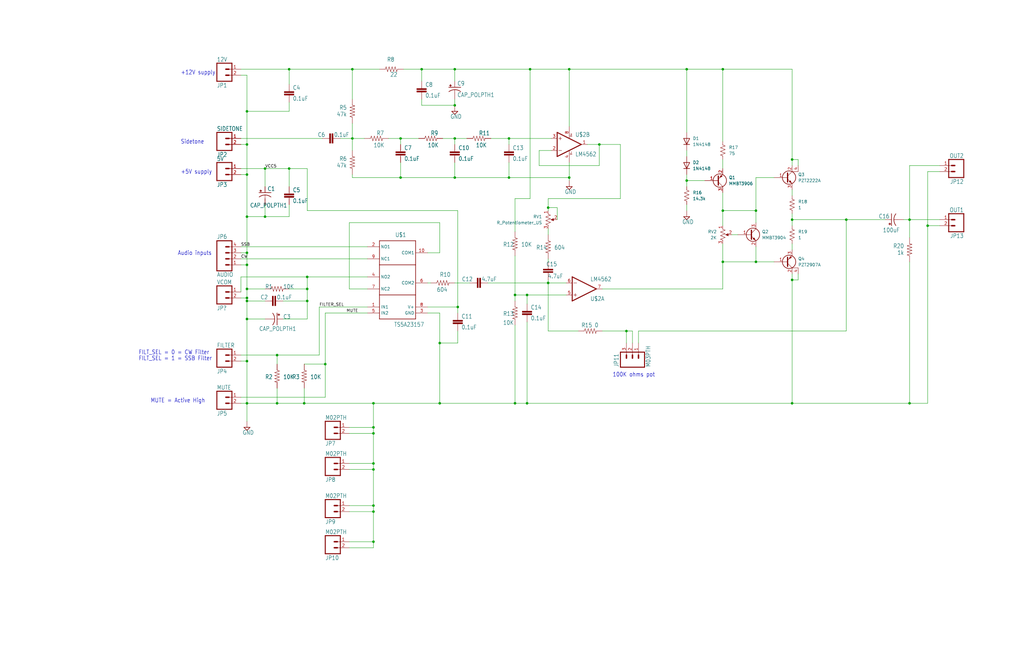
<source format=kicad_sch>
(kicad_sch (version 20211123) (generator eeschema)
  (paper "USLedger")
  (title_block (date "2022-04-18"))
  (lib_symbols
    (symbol "Device:Q_NPN_BCEC" (pin_names (offset 0) hide)
      (property "Reference" "Q" (at 5.08 1.27 0))
      (property "Value" "Q_NPN_BCEC" (at 5.08 -1.27 0))
      (symbol "Q_NPN_BCEC_0_1"
        (polyline (pts (xy 0.635 0.635) (xy 2.54 2.54)))
        (polyline (pts (xy 2.54 2.54) (xy 5.08 2.54)))
        (polyline (pts (xy 0.635 -0.635) (xy 2.54 -2.54) (xy 2.54 -2.54)))
        (polyline (pts (xy 0.635 1.905) (xy 0.635 -1.905) (xy 0.635 -1.905)) (stroke (width 0.508)))
        (polyline (pts (xy 1.27 -1.778) (xy 1.778 -1.27) (xy 2.286 -2.286) (xy 1.27 -1.778) (xy 1.27 -1.778)) (fill (type outline)))
        (circle (center 1.27 0) (radius 2.8194) (stroke (width 0.254)))
      )
      (symbol "Q_NPN_BCEC_1_1"
        (pin input line (at -5.08 0 0) (length 5.715) (name "B") (number "1"))
        (pin passive line (at 2.54 5.08 270) (length 2.54) (name "C") (number "2"))
        (pin passive line (at 2.54 -5.08 90) (length 2.54) (name "E") (number "3"))
        (pin passive line (at 5.08 5.08 270) (length 2.54) (name "C") (number "4"))
      )
    )
    (symbol "Device:Q_NPN_BEC" (pin_names (offset 0) hide)
      (property "Reference" "Q" (at 5.08 1.27 0))
      (property "Value" "Q_NPN_BEC" (at 5.08 -1.27 0))
      (symbol "Q_NPN_BEC_0_1"
        (polyline (pts (xy 0.635 0.635) (xy 2.54 2.54)))
        (polyline (pts (xy 0.635 -0.635) (xy 2.54 -2.54) (xy 2.54 -2.54)))
        (polyline (pts (xy 0.635 1.905) (xy 0.635 -1.905) (xy 0.635 -1.905)) (stroke (width 0.508)))
        (polyline (pts (xy 1.27 -1.778) (xy 1.778 -1.27) (xy 2.286 -2.286) (xy 1.27 -1.778) (xy 1.27 -1.778)) (fill (type outline)))
        (circle (center 1.27 0) (radius 2.8194) (stroke (width 0.254)))
      )
      (symbol "Q_NPN_BEC_1_1"
        (pin input line (at -5.08 0 0) (length 5.715) (name "B") (number "1"))
        (pin passive line (at 2.54 -5.08 90) (length 2.54) (name "E") (number "2"))
        (pin passive line (at 2.54 5.08 270) (length 2.54) (name "C") (number "3"))
      )
    )
    (symbol "Device:Q_PNP_BCEC" (pin_names (offset 0) hide)
      (property "Reference" "Q" (at 5.08 1.27 0))
      (property "Value" "Q_PNP_BCEC" (at 5.08 -1.27 0))
      (symbol "Q_PNP_BCEC_0_1"
        (polyline (pts (xy 0.635 0.635) (xy 2.54 2.54)))
        (polyline (pts (xy 5.08 2.54) (xy 2.54 2.54)))
        (polyline (pts (xy 0.635 -0.635) (xy 2.54 -2.54) (xy 2.54 -2.54)))
        (polyline (pts (xy 0.635 1.905) (xy 0.635 -1.905) (xy 0.635 -1.905)) (stroke (width 0.508)))
        (polyline (pts (xy 2.286 -1.778) (xy 1.778 -2.286) (xy 1.27 -1.27) (xy 2.286 -1.778) (xy 2.286 -1.778)) (fill (type outline)))
        (circle (center 1.27 0) (radius 2.8194) (stroke (width 0.254)))
      )
      (symbol "Q_PNP_BCEC_1_1"
        (pin input line (at -5.08 0 0) (length 5.715) (name "B") (number "1"))
        (pin passive line (at 2.54 5.08 270) (length 2.54) (name "C") (number "2"))
        (pin passive line (at 2.54 -5.08 90) (length 2.54) (name "E") (number "3"))
        (pin passive line (at 5.08 5.08 270) (length 2.54) (name "C") (number "4"))
      )
    )
    (symbol "Device:Q_PNP_BEC" (pin_names (offset 0) hide)
      (property "Reference" "Q" (at 5.08 1.27 0))
      (property "Value" "Q_PNP_BEC" (at 5.08 -1.27 0))
      (symbol "Q_PNP_BEC_0_1"
        (polyline (pts (xy 0.635 0.635) (xy 2.54 2.54)))
        (polyline (pts (xy 0.635 -0.635) (xy 2.54 -2.54) (xy 2.54 -2.54)))
        (polyline (pts (xy 0.635 1.905) (xy 0.635 -1.905) (xy 0.635 -1.905)) (stroke (width 0.508)))
        (polyline (pts (xy 2.286 -1.778) (xy 1.778 -2.286) (xy 1.27 -1.27) (xy 2.286 -1.778) (xy 2.286 -1.778)) (fill (type outline)))
        (circle (center 1.27 0) (radius 2.8194) (stroke (width 0.254)))
      )
      (symbol "Q_PNP_BEC_1_1"
        (pin input line (at -5.08 0 0) (length 5.715) (name "B") (number "1"))
        (pin passive line (at 2.54 -5.08 90) (length 2.54) (name "E") (number "2"))
        (pin passive line (at 2.54 5.08 270) (length 2.54) (name "C") (number "3"))
      )
    )
    (symbol "Device:R_Potentiometer_US" (pin_names (offset 1.016) hide)
      (property "Reference" "RV" (at -4.445 0 90))
      (property "Value" "R_Potentiometer_US" (at -2.54 0 90))
      (symbol "R_Potentiometer_US_0_1"
        (polyline (pts (xy 0 -2.286) (xy 0 -2.54)))
        (polyline (pts (xy 0 2.54) (xy 0 2.286)))
        (polyline (pts (xy 2.54 0) (xy 1.524 0)))
        (polyline (pts (xy 1.143 0) (xy 2.286 0.508) (xy 2.286 -0.508) (xy 1.143 0)) (fill (type outline)))
        (polyline (pts (xy 0 -0.762) (xy 1.016 -1.143) (xy 0 -1.524) (xy -1.016 -1.905) (xy 0 -2.286)))
        (polyline (pts (xy 0 0.762) (xy 1.016 0.381) (xy 0 0) (xy -1.016 -0.381) (xy 0 -0.762)))
        (polyline (pts (xy 0 2.286) (xy 1.016 1.905) (xy 0 1.524) (xy -1.016 1.143) (xy 0 0.762)))
      )
      (symbol "R_Potentiometer_US_1_1"
        (pin passive line (at 0 3.81 270) (length 1.27) (name "1") (number "1"))
        (pin passive line (at 3.81 0 180) (length 1.27) (name "2") (number "2"))
        (pin passive line (at 0 -3.81 90) (length 1.27) (name "3") (number "3"))
      )
    )
    (symbol "Device:R_US" (pin_numbers hide) (pin_names (offset 0))
      (property "Reference" "R" (at 2.54 0 90))
      (property "Value" "R_US" (at -2.54 0 90))
      (symbol "R_US_0_1"
        (polyline (pts (xy 0 -2.286) (xy 0 -2.54)))
        (polyline (pts (xy 0 2.286) (xy 0 2.54)))
        (polyline (pts (xy 0 -0.762) (xy 1.016 -1.143) (xy 0 -1.524) (xy -1.016 -1.905) (xy 0 -2.286)))
        (polyline (pts (xy 0 0.762) (xy 1.016 0.381) (xy 0 0) (xy -1.016 -0.381) (xy 0 -0.762)))
        (polyline (pts (xy 0 2.286) (xy 1.016 1.905) (xy 0 1.524) (xy -1.016 1.143) (xy 0 0.762)))
      )
      (symbol "R_US_1_1"
        (pin passive line (at 0 3.81 270) (length 1.27) (name "~") (number "1"))
        (pin passive line (at 0 -3.81 90) (length 1.27) (name "~") (number "2"))
      )
    )
    (symbol "Diode:1N4148" (pin_numbers hide) (pin_names (offset 1.016) hide)
      (property "Reference" "D" (at 0 2.54 0))
      (property "Value" "1N4148" (at 0 -2.54 0))
      (symbol "1N4148_0_1"
        (polyline (pts (xy -1.27 1.27) (xy -1.27 -1.27)) (stroke (width 0.254)))
        (polyline (pts (xy 1.27 0) (xy -1.27 0)))
        (polyline (pts (xy 1.27 1.27) (xy 1.27 -1.27) (xy -1.27 0) (xy 1.27 1.27)) (stroke (width 0.254)))
      )
      (symbol "1N4148_1_1"
        (pin passive line (at -3.81 0 0) (length 2.54) (name "K") (number "1"))
        (pin passive line (at 3.81 0 180) (length 2.54) (name "A") (number "2"))
      )
    )
    (symbol "audioModule2-eagle-import:CAP0603-CAP"
      (property "Reference" "C" (at 1.524 2.921 0))
      (property "Value" "CAP0603-CAP" (at 1.524 -2.159 0))
      (symbol "CAP0603-CAP_1_0"
        (rectangle (start -2.032 0.508) (end 2.032 1.016) (fill (type outline)))
        (rectangle (start -2.032 1.524) (end 2.032 2.032) (fill (type outline)))
        (polyline (pts (xy 0 0) (xy 0 0.508)) (stroke (width 0.1524)))
        (polyline (pts (xy 0 2.54) (xy 0 2.032)) (stroke (width 0.1524)))
        (pin passive line (at 0 5.08 270) (length 2.54) (name "1") (number "1"))
        (pin passive line (at 0 -2.54 90) (length 2.54) (name "2") (number "2"))
      )
    )
    (symbol "audioModule2-eagle-import:CAP_POLPTH1"
      (property "Reference" "C" (at 1.016 0.635 0))
      (property "Value" "CAP_POLPTH1" (at 1.016 -4.191 0))
      (symbol "CAP_POLPTH1_1_0"
        (rectangle (start -2.253 0.668) (end -1.364 0.795) (fill (type outline)))
        (rectangle (start -1.872 0.287) (end -1.745 1.176) (fill (type outline)))
        (arc (start 0 -1.0161) (mid -1.3021 -1.2302) (end -2.4669 -1.8504) (stroke (width 0.254)))
        (polyline (pts (xy -2.54 0) (xy 2.54 0)) (stroke (width 0.254)))
        (polyline (pts (xy 0 -1.016) (xy 0 -2.54)) (stroke (width 0.1524)))
        (arc (start 2.4892 -1.8542) (mid 1.3158 -1.2195) (end 0 -1) (stroke (width 0.254)))
        (pin passive line (at 0 2.54 270) (length 2.54) (name "+") (number "1"))
        (pin passive line (at 0 -5.08 90) (length 2.54) (name "-") (number "2"))
      )
    )
    (symbol "audioModule2-eagle-import:GND" (power)
      (property "Value" "GND" (at -1.905 -3.175 0))
      (symbol "GND_1_0"
        (polyline (pts (xy -1.27 0) (xy 1.27 0)) (stroke (width 0.254)))
        (polyline (pts (xy 0 -1.27) (xy -1.27 0)) (stroke (width 0.254)))
        (polyline (pts (xy 1.27 0) (xy 0 -1.27)) (stroke (width 0.254)))
        (pin power_in line (at 0 2.54 270) (length 2.54) (name "GND") (number "1"))
      )
    )
    (symbol "audioModule2-eagle-import:LM4562"
      (property "Value" "LM4562" (at 2.54 -5.08 0))
      (symbol "LM4562_1_0"
        (polyline (pts (xy -5.08 -5.08) (xy 5.08 0)) (stroke (width 0.4064)))
        (polyline (pts (xy -5.08 5.08) (xy -5.08 -5.08)) (stroke (width 0.4064)))
        (polyline (pts (xy -4.445 -2.54) (xy -3.175 -2.54)) (stroke (width 0.1524)))
        (polyline (pts (xy -4.445 2.54) (xy -3.175 2.54)) (stroke (width 0.1524)))
        (polyline (pts (xy -3.81 3.175) (xy -3.81 1.905)) (stroke (width 0.1524)))
        (polyline (pts (xy 5.08 0) (xy -5.08 5.08)) (stroke (width 0.4064)))
        (pin input line (at -7.62 2.54 0) (length 2.54) (name "+IN") (number "5"))
        (pin input line (at -7.62 -2.54 0) (length 2.54) (name "-IN") (number "6"))
        (pin output line (at 7.62 0 180) (length 2.54) (name "OUT") (number "7"))
      )
      (symbol "LM4562_2_0"
        (polyline (pts (xy -5.08 -5.08) (xy 5.08 0)) (stroke (width 0.4064)))
        (polyline (pts (xy -5.08 5.08) (xy -5.08 -5.08)) (stroke (width 0.4064)))
        (polyline (pts (xy -4.445 -2.54) (xy -3.175 -2.54)) (stroke (width 0.1524)))
        (polyline (pts (xy -4.445 2.54) (xy -3.175 2.54)) (stroke (width 0.1524)))
        (polyline (pts (xy -3.81 3.175) (xy -3.81 1.905)) (stroke (width 0.1524)))
        (polyline (pts (xy 5.08 0) (xy -5.08 5.08)) (stroke (width 0.4064)))
        (text "V+" (at 1.27 3.175 900) (effects (font (size 0.8128 0.6908)) (justify left bottom)))
        (text "V-" (at 1.27 -4.445 900) (effects (font (size 0.8128 0.6908)) (justify left bottom)))
        (pin output line (at 7.62 0 180) (length 2.54) (name "OUT") (number "1"))
        (pin input line (at -7.62 -2.54 0) (length 2.54) (name "-IN") (number "2"))
        (pin input line (at -7.62 2.54 0) (length 2.54) (name "+IN") (number "3"))
        (pin power_in line (at 0 -7.62 90) (length 5.08) (name "V-") (number "4"))
        (pin power_in line (at 0 7.62 270) (length 5.08) (name "V+") (number "8"))
      )
    )
    (symbol "audioModule2-eagle-import:M02PTH"
      (property "Reference" "JP" (at -2.54 5.842 0))
      (property "Value" "M02PTH" (at -2.54 -5.08 0))
      (symbol "M02PTH_1_0"
        (polyline (pts (xy -2.54 5.08) (xy -2.54 -2.54)) (stroke (width 0.4064)))
        (polyline (pts (xy -2.54 5.08) (xy 3.81 5.08)) (stroke (width 0.4064)))
        (polyline (pts (xy 1.27 0) (xy 2.54 0)) (stroke (width 0.6096)))
        (polyline (pts (xy 1.27 2.54) (xy 2.54 2.54)) (stroke (width 0.6096)))
        (polyline (pts (xy 3.81 -2.54) (xy -2.54 -2.54)) (stroke (width 0.4064)))
        (polyline (pts (xy 3.81 -2.54) (xy 3.81 5.08)) (stroke (width 0.4064)))
        (pin passive line (at 7.62 0 180) (length 5.08) (name "1") (number "1"))
        (pin passive line (at 7.62 2.54 180) (length 5.08) (name "2") (number "2"))
      )
    )
    (symbol "audioModule2-eagle-import:M03PTH"
      (property "Reference" "JP" (at -2.54 5.842 0))
      (property "Value" "M03PTH" (at -2.54 -7.62 0))
      (symbol "M03PTH_1_0"
        (polyline (pts (xy -2.54 5.08) (xy -2.54 -5.08)) (stroke (width 0.4064)))
        (polyline (pts (xy -2.54 5.08) (xy 3.81 5.08)) (stroke (width 0.4064)))
        (polyline (pts (xy 1.27 -2.54) (xy 2.54 -2.54)) (stroke (width 0.6096)))
        (polyline (pts (xy 1.27 0) (xy 2.54 0)) (stroke (width 0.6096)))
        (polyline (pts (xy 1.27 2.54) (xy 2.54 2.54)) (stroke (width 0.6096)))
        (polyline (pts (xy 3.81 -5.08) (xy -2.54 -5.08)) (stroke (width 0.4064)))
        (polyline (pts (xy 3.81 -5.08) (xy 3.81 5.08)) (stroke (width 0.4064)))
        (pin passive line (at 7.62 -2.54 180) (length 5.08) (name "1") (number "1"))
        (pin passive line (at 7.62 0 180) (length 5.08) (name "2") (number "2"))
        (pin passive line (at 7.62 2.54 180) (length 5.08) (name "3") (number "3"))
      )
    )
    (symbol "audioModule2-eagle-import:M04PTH"
      (property "Reference" "JP" (at -5.08 8.382 0))
      (property "Value" "M04PTH" (at -5.08 -7.62 0))
      (symbol "M04PTH_1_0"
        (polyline (pts (xy -5.08 7.62) (xy -5.08 -5.08)) (stroke (width 0.4064)))
        (polyline (pts (xy -5.08 7.62) (xy 1.27 7.62)) (stroke (width 0.4064)))
        (polyline (pts (xy -1.27 -2.54) (xy 0 -2.54)) (stroke (width 0.6096)))
        (polyline (pts (xy -1.27 0) (xy 0 0)) (stroke (width 0.6096)))
        (polyline (pts (xy -1.27 2.54) (xy 0 2.54)) (stroke (width 0.6096)))
        (polyline (pts (xy -1.27 5.08) (xy 0 5.08)) (stroke (width 0.6096)))
        (polyline (pts (xy 1.27 -5.08) (xy -5.08 -5.08)) (stroke (width 0.4064)))
        (polyline (pts (xy 1.27 -5.08) (xy 1.27 7.62)) (stroke (width 0.4064)))
        (pin passive line (at 5.08 -2.54 180) (length 5.08) (name "1") (number "1"))
        (pin passive line (at 5.08 0 180) (length 5.08) (name "2") (number "2"))
        (pin passive line (at 5.08 2.54 180) (length 5.08) (name "3") (number "3"))
        (pin passive line (at 5.08 5.08 180) (length 5.08) (name "4") (number "4"))
      )
    )
    (symbol "audioModule2-eagle-import:RESISTOR0603-RES"
      (property "Reference" "R" (at -3.81 1.4986 0))
      (property "Value" "RESISTOR0603-RES" (at -3.81 -3.302 0))
      (symbol "RESISTOR0603-RES_1_0"
        (polyline (pts (xy -2.54 0) (xy -2.159 1.016)) (stroke (width 0.1524)))
        (polyline (pts (xy -2.159 1.016) (xy -1.524 -1.016)) (stroke (width 0.1524)))
        (polyline (pts (xy -1.524 -1.016) (xy -0.889 1.016)) (stroke (width 0.1524)))
        (polyline (pts (xy -0.889 1.016) (xy -0.254 -1.016)) (stroke (width 0.1524)))
        (polyline (pts (xy -0.254 -1.016) (xy 0.381 1.016)) (stroke (width 0.1524)))
        (polyline (pts (xy 0.381 1.016) (xy 1.016 -1.016)) (stroke (width 0.1524)))
        (polyline (pts (xy 1.016 -1.016) (xy 1.651 1.016)) (stroke (width 0.1524)))
        (polyline (pts (xy 1.651 1.016) (xy 2.286 -1.016)) (stroke (width 0.1524)))
        (polyline (pts (xy 2.286 -1.016) (xy 2.54 0)) (stroke (width 0.1524)))
        (pin passive line (at -5.08 0 0) (length 2.54) (name "1") (number "1"))
        (pin passive line (at 5.08 0 180) (length 2.54) (name "2") (number "2"))
      )
    )
    (symbol "audioModule2-eagle-import:TS5A23157"
      (property "Value" "TS5A23157" (at 6.096 -3.302 0))
      (symbol "TS5A23157_1_0"
        (polyline (pts (xy 0 0) (xy 15.24 0)) (stroke (width 0.254)))
        (polyline (pts (xy 0 10.16) (xy 0 0)) (stroke (width 0.254)))
        (polyline (pts (xy 0 10.16) (xy 15.24 10.16)) (stroke (width 0.254)))
        (polyline (pts (xy 0 22.86) (xy 0 10.16)) (stroke (width 0.254)))
        (polyline (pts (xy 0 22.86) (xy 15.24 22.86)) (stroke (width 0.254)))
        (polyline (pts (xy 0 33.02) (xy 0 22.86)) (stroke (width 0.254)))
        (polyline (pts (xy 15.24 0) (xy 15.24 10.16)) (stroke (width 0.254)))
        (polyline (pts (xy 15.24 10.16) (xy 15.24 22.86)) (stroke (width 0.254)))
        (polyline (pts (xy 15.24 22.86) (xy 15.24 33.02)) (stroke (width 0.254)))
        (polyline (pts (xy 15.24 33.02) (xy 0 33.02)) (stroke (width 0.254)))
        (pin bidirectional line (at -5.08 5.08 0) (length 5.08) (name "IN1") (number "1"))
        (pin bidirectional line (at 20.32 27.94 180) (length 5.08) (name "COM1") (number "10"))
        (pin bidirectional line (at -5.08 30.48 0) (length 5.08) (name "NO1") (number "2"))
        (pin bidirectional line (at 20.32 2.54 180) (length 5.08) (name "GND") (number "3"))
        (pin bidirectional line (at -5.08 17.78 0) (length 5.08) (name "NO2") (number "4"))
        (pin bidirectional line (at -5.08 2.54 0) (length 5.08) (name "IN2") (number "5"))
        (pin bidirectional line (at 20.32 15.24 180) (length 5.08) (name "COM2") (number "6"))
        (pin bidirectional line (at -5.08 12.7 0) (length 5.08) (name "NC2") (number "7"))
        (pin bidirectional line (at 20.32 5.08 180) (length 5.08) (name "V+") (number "8"))
        (pin bidirectional line (at -5.08 25.4 0) (length 5.08) (name "NC1") (number "9"))
      )
    )
  )
  (junction (at 334.01 67.31))
  (junction (at 191.77 74.93))
  (junction (at 185.42 170.18))
  (junction (at 304.8 29.21))
  (junction (at 104.14 170.18))
  (junction (at 104.14 127))
  (junction (at 231.14 87.63))
  (junction (at 191.77 58.42))
  (junction (at 231.14 119.38))
  (junction (at 222.25 124.46))
  (junction (at 157.48 213.36))
  (junction (at 193.04 129.54))
  (junction (at 104.14 111.76))
  (junction (at 121.92 71.12))
  (junction (at 104.14 125.73))
  (junction (at 240.03 29.21))
  (junction (at 104.14 46.99))
  (junction (at 104.14 106.68))
  (junction (at 129.54 116.84))
  (junction (at 137.16 153.67))
  (junction (at 217.17 170.18))
  (junction (at 157.48 195.58))
  (junction (at 356.87 92.71))
  (junction (at 157.48 180.34))
  (junction (at 334.01 92.71))
  (junction (at 223.52 29.21))
  (junction (at 391.16 95.25))
  (junction (at 104.14 121.92))
  (junction (at 289.56 29.21))
  (junction (at 289.56 76.2))
  (junction (at 148.59 58.42))
  (junction (at 214.63 74.93))
  (junction (at 334.01 170.18))
  (junction (at 304.8 110.49))
  (junction (at 104.14 134.62))
  (junction (at 111.76 71.12))
  (junction (at 264.16 139.7))
  (junction (at 104.14 60.96))
  (junction (at 383.54 92.71))
  (junction (at 168.91 58.42))
  (junction (at 191.77 29.21))
  (junction (at 252.73 60.96))
  (junction (at 129.54 127))
  (junction (at 191.77 44.45))
  (junction (at 129.54 121.92))
  (junction (at 177.8 29.21))
  (junction (at 318.77 110.49))
  (junction (at 111.76 91.44))
  (junction (at 214.63 58.42))
  (junction (at 185.42 144.78))
  (junction (at 304.8 88.9))
  (junction (at 157.48 198.12))
  (junction (at 104.14 152.4))
  (junction (at 157.48 182.88))
  (junction (at 128.27 170.18))
  (junction (at 121.92 29.21))
  (junction (at 383.54 170.18))
  (junction (at 240.03 74.93))
  (junction (at 157.48 215.9))
  (junction (at 334.01 118.11))
  (junction (at 217.17 124.46))
  (junction (at 157.48 228.6))
  (junction (at 318.77 88.9))
  (junction (at 116.84 149.86))
  (junction (at 104.14 73.66))
  (junction (at 168.91 74.93))
  (junction (at 222.25 170.18))
  (junction (at 157.48 170.18))
  (junction (at 116.84 170.18))
  (junction (at 148.59 29.21))
  (junction (at 104.14 91.44))
  (wire (pts (xy 147.32 198.12) (xy 157.48 198.12)))
  (wire (pts (xy 334.01 92.71) (xy 334.01 95.25)))
  (wire (pts (xy 121.92 86.36) (xy 121.92 91.44)))
  (wire (pts (xy 101.6 104.14) (xy 154.94 104.14)))
  (wire (pts (xy 101.6 116.84) (xy 129.54 116.84)))
  (wire (pts (xy 104.14 127) (xy 104.14 134.62)))
  (wire (pts (xy 137.16 132.08) (xy 154.94 132.08)))
  (wire (pts (xy 134.62 149.86) (xy 134.62 129.54)))
  (wire (pts (xy 101.6 149.86) (xy 116.84 149.86)))
  (wire (pts (xy 101.6 71.12) (xy 111.76 71.12)))
  (wire (pts (xy 254 121.92) (xy 304.8 121.92)))
  (wire (pts (xy 134.62 129.54) (xy 154.94 129.54)))
  (wire (pts (xy 101.6 125.73) (xy 104.14 125.73)))
  (wire (pts (xy 205.74 119.38) (xy 231.14 119.38)))
  (wire (pts (xy 157.48 182.88) (xy 157.48 180.34)))
  (wire (pts (xy 326.39 74.93) (xy 318.77 74.93)))
  (wire (pts (xy 116.84 163.83) (xy 116.84 170.18)))
  (wire (pts (xy 304.8 110.49) (xy 318.77 110.49)))
  (wire (pts (xy 137.16 153.67) (xy 137.16 132.08)))
  (wire (pts (xy 104.14 121.92) (xy 104.14 125.73)))
  (wire (pts (xy 157.48 231.14) (xy 157.48 228.6)))
  (wire (pts (xy 334.01 80.01) (xy 334.01 82.55)))
  (wire (pts (xy 289.56 76.2) (xy 289.56 78.74)))
  (wire (pts (xy 168.91 68.58) (xy 168.91 74.93)))
  (wire (pts (xy 334.01 170.18) (xy 383.54 170.18)))
  (wire (pts (xy 289.56 29.21) (xy 240.03 29.21)))
  (wire (pts (xy 304.8 88.9) (xy 318.77 88.9)))
  (wire (pts (xy 191.77 29.21) (xy 191.77 34.29)))
  (wire (pts (xy 129.54 88.9) (xy 193.04 88.9)))
  (wire (pts (xy 168.91 58.42) (xy 168.91 60.96)))
  (wire (pts (xy 318.77 110.49) (xy 326.39 110.49)))
  (wire (pts (xy 148.59 58.42) (xy 148.59 63.5)))
  (wire (pts (xy 147.32 231.14) (xy 157.48 231.14)))
  (wire (pts (xy 147.32 213.36) (xy 157.48 213.36)))
  (wire (pts (xy 217.17 124.46) (xy 222.25 124.46)))
  (wire (pts (xy 104.14 111.76) (xy 104.14 121.92)))
  (wire (pts (xy 269.24 139.7) (xy 356.87 139.7)))
  (wire (pts (xy 318.77 93.98) (xy 318.77 88.9)))
  (wire (pts (xy 111.76 78.74) (xy 111.76 71.12)))
  (wire (pts (xy 177.8 29.21) (xy 191.77 29.21)))
  (wire (pts (xy 180.34 132.08) (xy 185.42 132.08)))
  (wire (pts (xy 223.52 29.21) (xy 191.77 29.21)))
  (wire (pts (xy 334.01 69.85) (xy 334.01 67.31)))
  (wire (pts (xy 193.04 144.78) (xy 185.42 144.78)))
  (wire (pts (xy 104.14 134.62) (xy 111.76 134.62)))
  (wire (pts (xy 266.7 144.78) (xy 266.7 139.7)))
  (wire (pts (xy 308.61 99.06) (xy 311.15 99.06)))
  (wire (pts (xy 101.6 106.68) (xy 104.14 106.68)))
  (wire (pts (xy 121.92 91.44) (xy 111.76 91.44)))
  (wire (pts (xy 185.42 144.78) (xy 185.42 170.18)))
  (wire (pts (xy 101.6 111.76) (xy 104.14 111.76)))
  (wire (pts (xy 289.56 73.66) (xy 289.56 76.2)))
  (wire (pts (xy 191.77 41.91) (xy 191.77 44.45)))
  (wire (pts (xy 240.03 29.21) (xy 223.52 29.21)))
  (wire (pts (xy 148.59 73.66) (xy 148.59 74.93)))
  (wire (pts (xy 121.92 71.12) (xy 129.54 71.12)))
  (wire (pts (xy 231.14 96.52) (xy 231.14 99.06)))
  (wire (pts (xy 111.76 71.12) (xy 121.92 71.12)))
  (wire (pts (xy 214.63 58.42) (xy 232.41 58.42)))
  (wire (pts (xy 147.32 121.92) (xy 154.94 121.92)))
  (wire (pts (xy 383.54 110.49) (xy 383.54 170.18)))
  (wire (pts (xy 336.55 115.57) (xy 336.55 118.11)))
  (wire (pts (xy 231.14 83.82) (xy 261.62 83.82)))
  (wire (pts (xy 154.94 116.84) (xy 129.54 116.84)))
  (wire (pts (xy 185.42 170.18) (xy 217.17 170.18)))
  (wire (pts (xy 147.32 195.58) (xy 157.48 195.58)))
  (wire (pts (xy 104.14 73.66) (xy 104.14 91.44)))
  (wire (pts (xy 148.59 58.42) (xy 153.67 58.42)))
  (wire (pts (xy 334.01 102.87) (xy 334.01 105.41)))
  (wire (pts (xy 121.92 35.56) (xy 121.92 29.21)))
  (wire (pts (xy 143.51 58.42) (xy 148.59 58.42)))
  (wire (pts (xy 193.04 132.08) (xy 193.04 129.54)))
  (wire (pts (xy 334.01 29.21) (xy 304.8 29.21)))
  (wire (pts (xy 217.17 170.18) (xy 222.25 170.18)))
  (wire (pts (xy 116.84 149.86) (xy 116.84 153.67)))
  (wire (pts (xy 148.59 52.07) (xy 148.59 58.42)))
  (wire (pts (xy 101.6 29.21) (xy 121.92 29.21)))
  (wire (pts (xy 269.24 144.78) (xy 269.24 139.7)))
  (wire (pts (xy 104.14 125.73) (xy 104.14 127)))
  (wire (pts (xy 214.63 58.42) (xy 214.63 60.96)))
  (wire (pts (xy 121.92 46.99) (xy 104.14 46.99)))
  (wire (pts (xy 217.17 97.79) (xy 217.17 83.82)))
  (wire (pts (xy 231.14 83.82) (xy 231.14 87.63)))
  (wire (pts (xy 217.17 124.46) (xy 217.17 127)))
  (wire (pts (xy 185.42 106.68) (xy 185.42 93.98)))
  (wire (pts (xy 232.41 63.5) (xy 227.33 63.5)))
  (wire (pts (xy 396.24 69.85) (xy 383.54 69.85)))
  (wire (pts (xy 129.54 127) (xy 129.54 134.62)))
  (wire (pts (xy 356.87 139.7) (xy 356.87 92.71)))
  (wire (pts (xy 304.8 29.21) (xy 289.56 29.21)))
  (wire (pts (xy 304.8 88.9) (xy 304.8 95.25)))
  (wire (pts (xy 254 139.7) (xy 264.16 139.7)))
  (wire (pts (xy 396.24 95.25) (xy 391.16 95.25)))
  (wire (pts (xy 240.03 68.58) (xy 240.03 74.93)))
  (wire (pts (xy 101.6 58.42) (xy 135.89 58.42)))
  (wire (pts (xy 185.42 132.08) (xy 185.42 144.78)))
  (wire (pts (xy 243.84 139.7) (xy 231.14 139.7)))
  (wire (pts (xy 157.48 180.34) (xy 157.48 170.18)))
  (wire (pts (xy 101.6 170.18) (xy 104.14 170.18)))
  (wire (pts (xy 129.54 71.12) (xy 129.54 88.9)))
  (wire (pts (xy 191.77 119.38) (xy 198.12 119.38)))
  (wire (pts (xy 217.17 83.82) (xy 223.52 83.82)))
  (wire (pts (xy 334.01 67.31) (xy 336.55 67.31)))
  (wire (pts (xy 104.14 31.75) (xy 104.14 46.99)))
  (wire (pts (xy 289.56 55.88) (xy 289.56 29.21)))
  (wire (pts (xy 168.91 58.42) (xy 176.53 58.42)))
  (wire (pts (xy 157.48 198.12) (xy 157.48 195.58)))
  (wire (pts (xy 391.16 72.39) (xy 391.16 95.25)))
  (wire (pts (xy 137.16 167.64) (xy 137.16 153.67)))
  (wire (pts (xy 121.92 78.74) (xy 121.92 71.12)))
  (wire (pts (xy 231.14 87.63) (xy 234.95 87.63)))
  (wire (pts (xy 180.34 106.68) (xy 185.42 106.68)))
  (wire (pts (xy 222.25 124.46) (xy 222.25 128.27)))
  (wire (pts (xy 191.77 58.42) (xy 191.77 60.96)))
  (wire (pts (xy 217.17 107.95) (xy 217.17 124.46)))
  (wire (pts (xy 289.56 63.5) (xy 289.56 66.04)))
  (wire (pts (xy 261.62 83.82) (xy 261.62 60.96)))
  (wire (pts (xy 191.77 68.58) (xy 191.77 74.93)))
  (wire (pts (xy 147.32 180.34) (xy 157.48 180.34)))
  (wire (pts (xy 101.6 60.96) (xy 104.14 60.96)))
  (wire (pts (xy 177.8 44.45) (xy 191.77 44.45)))
  (wire (pts (xy 168.91 74.93) (xy 191.77 74.93)))
  (wire (pts (xy 214.63 74.93) (xy 240.03 74.93)))
  (wire (pts (xy 234.95 92.71) (xy 234.95 87.63)))
  (wire (pts (xy 231.14 109.22) (xy 231.14 110.49)))
  (wire (pts (xy 101.6 109.22) (xy 154.94 109.22)))
  (wire (pts (xy 334.01 67.31) (xy 334.01 29.21)))
  (wire (pts (xy 104.14 152.4) (xy 104.14 170.18)))
  (wire (pts (xy 111.76 121.92) (xy 104.14 121.92)))
  (wire (pts (xy 101.6 167.64) (xy 137.16 167.64)))
  (wire (pts (xy 227.33 69.85) (xy 252.73 69.85)))
  (wire (pts (xy 111.76 127) (xy 104.14 127)))
  (wire (pts (xy 304.8 67.31) (xy 304.8 71.12)))
  (wire (pts (xy 391.16 170.18) (xy 383.54 170.18)))
  (wire (pts (xy 252.73 69.85) (xy 252.73 60.96)))
  (wire (pts (xy 129.54 121.92) (xy 129.54 116.84)))
  (wire (pts (xy 193.04 129.54) (xy 180.34 129.54)))
  (wire (pts (xy 231.14 87.63) (xy 231.14 88.9)))
  (wire (pts (xy 391.16 95.25) (xy 391.16 170.18)))
  (wire (pts (xy 304.8 121.92) (xy 304.8 110.49)))
  (wire (pts (xy 383.54 69.85) (xy 383.54 92.71)))
  (wire (pts (xy 157.48 213.36) (xy 157.48 198.12)))
  (wire (pts (xy 223.52 83.82) (xy 223.52 29.21)))
  (wire (pts (xy 121.92 29.21) (xy 148.59 29.21)))
  (wire (pts (xy 121.92 121.92) (xy 129.54 121.92)))
  (wire (pts (xy 207.01 58.42) (xy 214.63 58.42)))
  (wire (pts (xy 104.14 46.99) (xy 104.14 60.96)))
  (wire (pts (xy 104.14 134.62) (xy 104.14 152.4)))
  (wire (pts (xy 383.54 100.33) (xy 383.54 92.71)))
  (wire (pts (xy 264.16 144.78) (xy 264.16 139.7)))
  (wire (pts (xy 334.01 115.57) (xy 334.01 118.11)))
  (wire (pts (xy 185.42 93.98) (xy 147.32 93.98)))
  (wire (pts (xy 231.14 119.38) (xy 238.76 119.38)))
  (wire (pts (xy 101.6 31.75) (xy 104.14 31.75)))
  (wire (pts (xy 261.62 60.96) (xy 252.73 60.96)))
  (wire (pts (xy 231.14 119.38) (xy 231.14 139.7)))
  (wire (pts (xy 101.6 73.66) (xy 104.14 73.66)))
  (wire (pts (xy 222.25 170.18) (xy 334.01 170.18)))
  (wire (pts (xy 240.03 74.93) (xy 240.03 76.2)))
  (wire (pts (xy 129.54 127) (xy 129.54 121.92)))
  (wire (pts (xy 148.59 29.21) (xy 148.59 41.91)))
  (wire (pts (xy 148.59 74.93) (xy 168.91 74.93)))
  (wire (pts (xy 101.6 123.19) (xy 101.6 116.84)))
  (wire (pts (xy 252.73 60.96) (xy 247.65 60.96)))
  (wire (pts (xy 170.18 29.21) (xy 177.8 29.21)))
  (wire (pts (xy 163.83 58.42) (xy 168.91 58.42)))
  (wire (pts (xy 111.76 86.36) (xy 111.76 91.44)))
  (wire (pts (xy 289.56 76.2) (xy 297.18 76.2)))
  (wire (pts (xy 104.14 170.18) (xy 104.14 177.8)))
  (wire (pts (xy 186.69 58.42) (xy 191.77 58.42)))
  (wire (pts (xy 147.32 215.9) (xy 157.48 215.9)))
  (wire (pts (xy 217.17 137.16) (xy 217.17 170.18)))
  (wire (pts (xy 336.55 118.11) (xy 334.01 118.11)))
  (wire (pts (xy 383.54 92.71) (xy 396.24 92.71)))
  (wire (pts (xy 157.48 170.18) (xy 128.27 170.18)))
  (wire (pts (xy 128.27 163.83) (xy 128.27 170.18)))
  (wire (pts (xy 157.48 215.9) (xy 157.48 213.36)))
  (wire (pts (xy 336.55 69.85) (xy 336.55 67.31)))
  (wire (pts (xy 101.6 152.4) (xy 104.14 152.4)))
  (wire (pts (xy 147.32 228.6) (xy 157.48 228.6)))
  (wire (pts (xy 119.38 127) (xy 129.54 127)))
  (wire (pts (xy 240.03 53.34) (xy 240.03 29.21)))
  (wire (pts (xy 128.27 153.67) (xy 137.16 153.67)))
  (wire (pts (xy 128.27 170.18) (xy 116.84 170.18)))
  (wire (pts (xy 289.56 86.36) (xy 289.56 88.9)))
  (wire (pts (xy 304.8 59.69) (xy 304.8 29.21)))
  (wire (pts (xy 304.8 81.28) (xy 304.8 88.9)))
  (wire (pts (xy 185.42 170.18) (xy 157.48 170.18)))
  (wire (pts (xy 147.32 93.98) (xy 147.32 121.92)))
  (wire (pts (xy 396.24 72.39) (xy 391.16 72.39)))
  (wire (pts (xy 147.32 182.88) (xy 157.48 182.88)))
  (wire (pts (xy 119.38 134.62) (xy 129.54 134.62)))
  (wire (pts (xy 334.01 92.71) (xy 356.87 92.71)))
  (wire (pts (xy 334.01 118.11) (xy 334.01 170.18)))
  (wire (pts (xy 157.48 215.9) (xy 157.48 228.6)))
  (wire (pts (xy 318.77 104.14) (xy 318.77 110.49)))
  (wire (pts (xy 177.8 34.29) (xy 177.8 29.21)))
  (wire (pts (xy 231.14 118.11) (xy 231.14 119.38)))
  (wire (pts (xy 116.84 170.18) (xy 104.14 170.18)))
  (wire (pts (xy 191.77 58.42) (xy 196.85 58.42)))
  (wire (pts (xy 334.01 90.17) (xy 334.01 92.71)))
  (wire (pts (xy 227.33 63.5) (xy 227.33 69.85)))
  (wire (pts (xy 222.25 124.46) (xy 238.76 124.46)))
  (wire (pts (xy 191.77 74.93) (xy 214.63 74.93)))
  (wire (pts (xy 157.48 195.58) (xy 157.48 182.88)))
  (wire (pts (xy 180.34 119.38) (xy 181.61 119.38)))
  (wire (pts (xy 381 92.71) (xy 383.54 92.71)))
  (wire (pts (xy 222.25 135.89) (xy 222.25 170.18)))
  (wire (pts (xy 104.14 91.44) (xy 104.14 106.68)))
  (wire (pts (xy 266.7 139.7) (xy 264.16 139.7)))
  (wire (pts (xy 214.63 68.58) (xy 214.63 74.93)))
  (wire (pts (xy 177.8 41.91) (xy 177.8 44.45)))
  (wire (pts (xy 356.87 92.71) (xy 373.38 92.71)))
  (wire (pts (xy 193.04 139.7) (xy 193.04 144.78)))
  (wire (pts (xy 148.59 29.21) (xy 160.02 29.21)))
  (wire (pts (xy 121.92 43.18) (xy 121.92 46.99)))
  (wire (pts (xy 318.77 74.93) (xy 318.77 88.9)))
  (wire (pts (xy 104.14 106.68) (xy 104.14 111.76)))
  (wire (pts (xy 304.8 102.87) (xy 304.8 110.49)))
  (wire (pts (xy 104.14 60.96) (xy 104.14 73.66)))
  (wire (pts (xy 193.04 88.9) (xy 193.04 129.54)))
  (wire (pts (xy 116.84 149.86) (xy 134.62 149.86)))
  (wire (pts (xy 111.76 91.44) (xy 104.14 91.44)))
  (text "Sidetone" (at 76.2 60.96 180) (effects (font (size 1.778 1.5113)) (justify left bottom)))
  (text "+5V supply" (at 76.2 73.66 180) (effects (font (size 1.778 1.5113)) (justify left bottom)))
  (text "Audio inputs" (at 74.93 107.95 180) (effects (font (size 1.778 1.5113)) (justify left bottom)))
  (text "100K ohms pot" (at 258.318 159.258 180) (effects (font (size 1.778 1.5113)) (justify left bottom)))
  (text "MUTE = Active High" (at 63.5 170.18 180) (effects (font (size 1.778 1.5113)) (justify left bottom)))
  (text "FILT_SEL = 0 = CW Filter" (at 58.42 149.86 180) (effects (font (size 1.778 1.5113)) (justify left bottom)))
  (text "+12V supply" (at 76.2 31.75 180) (effects (font (size 1.778 1.5113)) (justify left bottom)))
  (text "FILT_SEL = 1 = SSB Filter" (at 58.42 152.4 180) (effects (font (size 1.778 1.5113)) (justify left bottom)))
  (label "CW" (at 101.6 109.22 0) (effects (font (size 1.2446 1.2446))))
  (label "FILTER_SEL" (at 134.62 129.54 0) (effects (font (size 1.2446 1.2446))))
  (label "MUTE" (at 146.05 132.08 0) (effects (font (size 1.2446 1.2446))))
  (label "SSB" (at 101.6 104.14 0) (effects (font (size 1.2446 1.2446))))
  (label "VCC5" (at 111.76 71.12 0) (effects (font (size 1.2446 1.2446))))
  (symbol (lib_id "audioModule2-eagle-import:CAP0603-CAP") (at 121.92 81.28 180) (unit 1)
    (property "Reference" "C5" (at 123.444 81.153 0) (effects (font (size 1.778 1.5113)) (justify right top)))
    (property "Value" "0.1uF" (at 123.444 85.725 0) (effects (font (size 1.778 1.5113)) (justify right top)))
    (property "Footprint" "Capacitor_SMD:C_0603_1608Metric_Pad1.08x0.95mm_HandSolder" (effects hide))
  )
  (symbol (lib_id "audioModule2-eagle-import:CAP_POLPTH1") (at 191.77 36.83 0) (unit 1)
    (property "Reference" "C9" (at 192.786 36.195 0) (effects (font (size 1.778 1.5113)) (justify left bottom)))
    (property "Value" "CAP_POLPTH1" (at 192.786 41.021 0) (effects (font (size 1.778 1.5113)) (justify left bottom)))
    (property "Footprint" "Capacitor_THT:CP_Radial_D6.3mm_P2.50mm" (effects hide))
  )
  (symbol (lib_id "audioModule2-eagle-import:CAP_POLPTH1") (at 116.84 134.62 270) (unit 1)
    (property "Reference" "C3" (at 119.38 134.62 90) (effects (font (size 1.778 1.5113)) (justify left bottom)))
    (property "Value" "CAP_POLPTH1" (at 109.22 139.7 90) (effects (font (size 1.778 1.5113)) (justify left bottom)))
    (property "Footprint" "Capacitor_THT:CP_Radial_D6.3mm_P2.50mm" (effects hide))
  )
  (symbol (lib_id "audioModule2-eagle-import:M02PTH") (at 93.98 58.42 0) (mirror x) (unit 1)
    (property "Reference" "JP2" (at 91.44 64.262 0) (effects (font (size 1.778 1.5113)) (justify left bottom)))
    (property "Value" "SIDETONE" (at 91.44 53.34 0) (effects (font (size 1.778 1.5113)) (justify left bottom)))
    (property "Footprint" "Connector_PinHeader_2.54mm:PinHeader_1x02_P2.54mm_Vertical" (effects hide))
  )
  (symbol (lib_id "audioModule2-eagle-import:RESISTOR0603-RES") (at 181.61 58.42 0) (unit 1)
    (property "Reference" "R9" (at 181.61 57.15 0) (effects (font (size 1.778 1.5113)) (justify left bottom)))
    (property "Value" "10K" (at 180.34 62.23 0) (effects (font (size 1.778 1.5113)) (justify left bottom)))
    (property "Footprint" "Resistor_SMD:R_0603_1608Metric_Pad0.98x0.95mm_HandSolder" (effects hide))
  )
  (symbol (lib_id "audioModule2-eagle-import:CAP0603-CAP") (at 121.92 38.1 180) (unit 1)
    (property "Reference" "C4" (at 123.444 37.973 0) (effects (font (size 1.778 1.5113)) (justify right top)))
    (property "Value" "0.1uF" (at 123.444 42.545 0) (effects (font (size 1.778 1.5113)) (justify right top)))
    (property "Footprint" "Capacitor_SMD:C_0603_1608Metric_Pad1.08x0.95mm_HandSolder" (effects hide))
  )
  (symbol (lib_id "audioModule2-eagle-import:M02PTH") (at 93.98 149.86 0) (mirror x) (unit 1)
    (property "Reference" "JP4" (at 91.44 155.702 0) (effects (font (size 1.778 1.5113)) (justify left bottom)))
    (property "Value" "FILTER" (at 91.44 144.78 0) (effects (font (size 1.778 1.5113)) (justify left bottom)))
    (property "Footprint" "Connector_PinHeader_2.54mm:PinHeader_1x02_P2.54mm_Vertical" (effects hide))
  )
  (symbol (lib_id "audioModule2-eagle-import:M02PTH") (at 139.7 195.58 0) (mirror x) (unit 1)
    (property "Reference" "JP8" (at 137.16 201.422 0) (effects (font (size 1.778 1.5113)) (justify left bottom)))
    (property "Value" "M02PTH" (at 137.16 190.5 0) (effects (font (size 1.778 1.5113)) (justify left bottom)))
    (property "Footprint" "Connector_PinHeader_2.54mm:PinHeader_1x02_P2.54mm_Vertical" (effects hide))
  )
  (symbol (lib_id "audioModule2-eagle-import:GND") (at 240.03 78.74 0) (unit 1)
    (property "Reference" "#SUPPLY03" (effects hide))
    (property "Value" "GND" (at 238.125 81.915 0) (effects (font (size 1.778 1.5113)) (justify left bottom)))
    (property "Footprint" "audioModule2:" (effects hide))
  )
  (symbol (lib_id "audioModule2-eagle-import:RESISTOR0603-RES") (at 128.27 158.75 270) (unit 1)
    (property "Reference" "R3" (at 123.19 160.02 90) (effects (font (size 1.778 1.5113)) (justify left bottom)))
    (property "Value" "10K" (at 130.81 160.02 90) (effects (font (size 1.778 1.5113)) (justify left bottom)))
    (property "Footprint" "Resistor_SMD:R_0603_1608Metric_Pad0.98x0.95mm_HandSolder" (effects hide))
  )
  (symbol (lib_id "audioModule2-eagle-import:RESISTOR0603-RES") (at 116.84 158.75 270) (unit 1)
    (property "Reference" "R2" (at 111.76 160.02 90) (effects (font (size 1.778 1.5113)) (justify left bottom)))
    (property "Value" "10K" (at 119.38 160.02 90) (effects (font (size 1.778 1.5113)) (justify left bottom)))
    (property "Footprint" "Resistor_SMD:R_0603_1608Metric_Pad0.98x0.95mm_HandSolder" (effects hide))
  )
  (symbol (lib_id "audioModule2-eagle-import:RESISTOR0603-RES") (at 201.93 58.42 0) (unit 1)
    (property "Reference" "R11" (at 201.93 57.15 0) (effects (font (size 1.778 1.5113)) (justify left bottom)))
    (property "Value" "10K" (at 200.66 62.23 0) (effects (font (size 1.778 1.5113)) (justify left bottom)))
    (property "Footprint" "Resistor_SMD:R_0603_1608Metric_Pad0.98x0.95mm_HandSolder" (effects hide))
  )
  (symbol (lib_id "audioModule2-eagle-import:RESISTOR0603-RES") (at 231.14 104.14 270) (unit 1)
    (property "Reference" "R14" (at 226.06 105.41 90) (effects (font (size 1.778 1.5113)) (justify left bottom)))
    (property "Value" "604" (at 233.68 105.41 90) (effects (font (size 1.778 1.5113)) (justify left bottom)))
    (property "Footprint" "Resistor_SMD:R_0603_1608Metric_Pad0.98x0.95mm_HandSolder" (effects hide))
  )
  (symbol (lib_id "audioModule2-eagle-import:RESISTOR0603-RES") (at 165.1 29.21 180) (unit 1)
    (property "Reference" "R8" (at 166.37 24.13 0) (effects (font (size 1.778 1.5113)) (justify left bottom)))
    (property "Value" "22" (at 167.64 30.48 0) (effects (font (size 1.778 1.5113)) (justify left bottom)))
    (property "Footprint" "Resistor_SMD:R_0603_1608Metric_Pad0.98x0.95mm_HandSolder" (effects hide))
  )
  (symbol (lib_id "Device:Q_NPN_BCEC") (at 331.47 74.93 0) (unit 1)
    (property "Reference" "Q3" (at 336.55 73.6599 0) (effects (justify left)))
    (property "Value" "PZT2222A" (at 336.55 76.1999 0) (effects (justify left)))
    (property "Footprint" "Package_TO_SOT_SMD:SOT-223" (effects hide))
  )
  (symbol (lib_id "audioModule2-eagle-import:CAP0603-CAP") (at 138.43 58.42 270) (unit 1)
    (property "Reference" "C6" (at 137.16 55.88 90) (effects (font (size 1.778 1.5113)) (justify right top)))
    (property "Value" "0.1uF" (at 147.32 55.88 90) (effects (font (size 1.778 1.5113)) (justify right top)))
    (property "Footprint" "Capacitor_SMD:C_0603_1608Metric_Pad1.08x0.95mm_HandSolder" (effects hide))
  )
  (symbol (lib_id "audioModule2-eagle-import:LM4562") (at 240.03 60.96 0) (unit 2)
    (property "Reference" "U$2" (at 242.57 57.785 0) (effects (font (size 1.778 1.5113)) (justify left bottom)))
    (property "Value" "LM4562" (at 242.57 66.04 0) (effects (font (size 1.778 1.5113)) (justify left bottom)))
    (property "Footprint" "Package_SO:SOIC-8_3.9x4.9mm_P1.27mm" (effects hide))
  )
  (symbol (lib_id "audioModule2-eagle-import:RESISTOR0603-RES") (at 217.17 102.87 270) (unit 1)
    (property "Reference" "R12" (at 212.09 104.14 90) (effects (font (size 1.778 1.5113)) (justify left bottom)))
    (property "Value" "10K" (at 219.71 104.14 90) (effects (font (size 1.778 1.5113)) (justify left bottom)))
    (property "Footprint" "Resistor_SMD:R_0603_1608Metric_Pad0.98x0.95mm_HandSolder" (effects hide))
  )
  (symbol (lib_id "audioModule2-eagle-import:M02PTH") (at 93.98 167.64 0) (mirror x) (unit 1)
    (property "Reference" "JP5" (at 91.44 173.482 0) (effects (font (size 1.778 1.5113)) (justify left bottom)))
    (property "Value" "MUTE" (at 91.44 162.56 0) (effects (font (size 1.778 1.5113)) (justify left bottom)))
    (property "Footprint" "Connector_PinHeader_2.54mm:PinHeader_1x02_P2.54mm_Vertical" (effects hide))
  )
  (symbol (lib_id "audioModule2-eagle-import:M02PTH") (at 403.86 69.85 180) (unit 1)
    (property "Reference" "JP12" (at 406.4 75.692 0) (effects (font (size 1.778 1.5113)) (justify left bottom)))
    (property "Value" "OUT2" (at 406.4 64.77 0) (effects (font (size 1.778 1.5113)) (justify left bottom)))
    (property "Footprint" "Connector_PinHeader_2.54mm:PinHeader_1x02_P2.54mm_Vertical" (effects hide))
  )
  (symbol (lib_id "Device:R_US") (at 334.01 99.06 0) (unit 1)
    (property "Reference" "R19" (at 336.55 97.7899 0) (effects (justify left)))
    (property "Value" "1" (at 336.55 100.3299 0) (effects (justify left)))
    (property "Footprint" "Resistor_SMD:R_0805_2012Metric_Pad1.20x1.40mm_HandSolder" (effects hide))
  )
  (symbol (lib_id "audioModule2-eagle-import:CAP0603-CAP") (at 214.63 63.5 180) (unit 1)
    (property "Reference" "C13" (at 216.154 63.373 0) (effects (font (size 1.778 1.5113)) (justify right top)))
    (property "Value" "0.1uF" (at 216.154 67.945 0) (effects (font (size 1.778 1.5113)) (justify right top)))
    (property "Footprint" "Capacitor_SMD:C_0603_1608Metric_Pad1.08x0.95mm_HandSolder" (effects hide))
  )
  (symbol (lib_id "audioModule2-eagle-import:M02PTH") (at 139.7 213.36 0) (mirror x) (unit 1)
    (property "Reference" "JP9" (at 137.16 219.202 0) (effects (font (size 1.778 1.5113)) (justify left bottom)))
    (property "Value" "M02PTH" (at 137.16 208.28 0) (effects (font (size 1.778 1.5113)) (justify left bottom)))
    (property "Footprint" "Connector_PinHeader_2.54mm:PinHeader_1x02_P2.54mm_Vertical" (effects hide))
  )
  (symbol (lib_id "audioModule2-eagle-import:M03PTH") (at 266.7 152.4 90) (unit 1)
    (property "Reference" "JP11" (at 260.858 154.94 0) (effects (font (size 1.778 1.5113)) (justify left bottom)))
    (property "Value" "M03PTH" (at 274.32 154.94 0) (effects (font (size 1.778 1.5113)) (justify left bottom)))
    (property "Footprint" "Connector_PinHeader_2.54mm:PinHeader_1x03_P2.54mm_Vertical" (effects hide))
  )
  (symbol (lib_id "audioModule2-eagle-import:M04PTH") (at 96.52 109.22 0) (unit 1)
    (property "Reference" "JP6" (at 91.44 100.838 0) (effects (font (size 1.778 1.5113)) (justify left bottom)))
    (property "Value" "AUDIO" (at 91.44 116.84 0) (effects (font (size 1.778 1.5113)) (justify left bottom)))
    (property "Footprint" "Connector_PinHeader_2.54mm:PinHeader_1x04_P2.54mm_Vertical" (effects hide))
  )
  (symbol (lib_id "audioModule2-eagle-import:CAP0603-CAP") (at 193.04 134.62 180) (unit 1)
    (property "Reference" "C11" (at 194.564 134.493 0) (effects (font (size 1.778 1.5113)) (justify right top)))
    (property "Value" "0.1uF" (at 194.564 139.065 0) (effects (font (size 1.778 1.5113)) (justify right top)))
    (property "Footprint" "Capacitor_SMD:C_0603_1608Metric_Pad1.08x0.95mm_HandSolder" (effects hide))
  )
  (symbol (lib_id "audioModule2-eagle-import:CAP0603-CAP") (at 168.91 63.5 180) (unit 1)
    (property "Reference" "C7" (at 170.434 63.373 0) (effects (font (size 1.778 1.5113)) (justify right top)))
    (property "Value" "0.1uF" (at 170.434 67.945 0) (effects (font (size 1.778 1.5113)) (justify right top)))
    (property "Footprint" "Capacitor_SMD:C_0603_1608Metric_Pad1.08x0.95mm_HandSolder" (effects hide))
  )
  (symbol (lib_id "audioModule2-eagle-import:M02PTH") (at 93.98 29.21 0) (mirror x) (unit 1)
    (property "Reference" "JP1" (at 91.44 35.052 0) (effects (font (size 1.778 1.5113)) (justify left bottom)))
    (property "Value" "12V" (at 91.44 24.13 0) (effects (font (size 1.778 1.5113)) (justify left bottom)))
    (property "Footprint" "Connector_PinHeader_2.54mm:PinHeader_1x02_P2.54mm_Vertical" (effects hide))
  )
  (symbol (lib_id "audioModule2-eagle-import:RESISTOR0603-RES") (at 158.75 58.42 0) (unit 1)
    (property "Reference" "R7" (at 158.75 57.15 0) (effects (font (size 1.778 1.5113)) (justify left bottom)))
    (property "Value" "10K" (at 157.48 62.23 0) (effects (font (size 1.778 1.5113)) (justify left bottom)))
    (property "Footprint" "Resistor_SMD:R_0603_1608Metric_Pad0.98x0.95mm_HandSolder" (effects hide))
  )
  (symbol (lib_id "audioModule2-eagle-import:RESISTOR0603-RES") (at 186.69 119.38 0) (unit 1)
    (property "Reference" "R10" (at 185.42 116.84 0) (effects (font (size 1.778 1.5113)) (justify left bottom)))
    (property "Value" "604" (at 184.15 123.19 0) (effects (font (size 1.778 1.5113)) (justify left bottom)))
    (property "Footprint" "Resistor_SMD:R_0603_1608Metric_Pad0.98x0.95mm_HandSolder" (effects hide))
  )
  (symbol (lib_id "Diode:1N4148") (at 289.56 69.85 90) (unit 1)
    (property "Reference" "D2" (at 292.1 68.5799 90) (effects (justify right)))
    (property "Value" "1N4148" (at 292.1 71.1199 90) (effects (justify right)))
    (property "Footprint" "Diode_THT:D_DO-35_SOD27_P7.62mm_Horizontal" (effects hide))
    (property "Datasheet" "https://assets.nexperia.com/documents/data-sheet/1N4148_1N4448.pdf" (effects hide))
  )
  (symbol (lib_id "audioModule2-eagle-import:LM4562") (at 246.38 121.92 0) (mirror x) (unit 1)
    (property "Reference" "U$2" (at 248.92 125.095 0) (effects (font (size 1.778 1.5113)) (justify left bottom)))
    (property "Value" "LM4562" (at 248.92 116.84 0) (effects (font (size 1.778 1.5113)) (justify left bottom)))
    (property "Footprint" "Package_SO:SOIC-8_3.9x4.9mm_P1.27mm" (effects hide))
  )
  (symbol (lib_id "Device:Q_PNP_BEC") (at 302.26 76.2 0) (mirror x) (unit 1)
    (property "Reference" "Q1" (at 307.34 74.9299 0) (effects (justify left)))
    (property "Value" "MMBT3906" (at 307.34 77.4699 0) (effects (justify left)))
    (property "Footprint" "Package_TO_SOT_SMD:SOT-23" (effects hide))
  )
  (symbol (lib_id "audioModule2-eagle-import:CAP0603-CAP") (at 200.66 119.38 270) (unit 1)
    (property "Reference" "C12" (at 199.39 116.84 90) (effects (font (size 1.778 1.5113)) (justify right top)))
    (property "Value" "4.7uF" (at 209.55 116.84 90) (effects (font (size 1.778 1.5113)) (justify right top)))
    (property "Footprint" "Capacitor_SMD:C_0603_1608Metric_Pad1.08x0.95mm_HandSolder" (effects hide))
  )
  (symbol (lib_id "audioModule2-eagle-import:RESISTOR0603-RES") (at 248.92 139.7 0) (unit 1)
    (property "Reference" "R15" (at 245.11 138.2014 0) (effects (font (size 1.778 1.5113)) (justify left bottom)))
    (property "Value" "0" (at 250.698 138.176 0) (effects (font (size 1.778 1.5113)) (justify left bottom)))
    (property "Footprint" "Resistor_SMD:R_0603_1608Metric_Pad0.98x0.95mm_HandSolder" (effects hide))
  )
  (symbol (lib_id "Device:Q_PNP_BCEC") (at 331.47 110.49 0) (mirror x) (unit 1)
    (property "Reference" "Q4" (at 336.55 109.2199 0) (effects (justify left)))
    (property "Value" "PZT2907A" (at 336.55 111.7599 0) (effects (justify left)))
    (property "Footprint" "Package_TO_SOT_SMD:SOT-223" (effects hide))
  )
  (symbol (lib_id "audioModule2-eagle-import:CAP0603-CAP") (at 231.14 115.57 0) (unit 1)
    (property "Reference" "C15" (at 234.95 110.49 0) (effects (font (size 1.778 1.5113)) (justify right top)))
    (property "Value" "4.7uF" (at 237.49 115.57 0) (effects (font (size 1.778 1.5113)) (justify right top)))
    (property "Footprint" "Capacitor_SMD:C_0603_1608Metric_Pad1.08x0.95mm_HandSolder" (effects hide))
  )
  (symbol (lib_id "Device:R_Potentiometer_US") (at 304.8 99.06 0) (unit 1)
    (property "Reference" "RV2" (at 302.26 97.7899 0) (effects (justify right)))
    (property "Value" "2K" (at 302.26 100.3299 0) (effects (justify right)))
    (property "Footprint" "Potentiometer_THT:Potentiometer_Bourns_3296W_Vertical" (effects hide))
  )
  (symbol (lib_id "audioModule2-eagle-import:CAP0603-CAP") (at 177.8 36.83 180) (unit 1)
    (property "Reference" "C8" (at 179.324 36.703 0) (effects (font (size 1.778 1.5113)) (justify right top)))
    (property "Value" "0.1uF" (at 179.324 41.275 0) (effects (font (size 1.778 1.5113)) (justify right top)))
    (property "Footprint" "Capacitor_SMD:C_0603_1608Metric_Pad1.08x0.95mm_HandSolder" (effects hide))
  )
  (symbol (lib_id "audioModule2-eagle-import:CAP0603-CAP") (at 222.25 130.81 180) (unit 1)
    (property "Reference" "C14" (at 223.774 130.683 0) (effects (font (size 1.778 1.5113)) (justify right top)))
    (property "Value" "0.1uF" (at 223.774 135.255 0) (effects (font (size 1.778 1.5113)) (justify right top)))
    (property "Footprint" "Capacitor_SMD:C_0603_1608Metric_Pad1.08x0.95mm_HandSolder" (effects hide))
  )
  (symbol (lib_id "audioModule2-eagle-import:GND") (at 289.56 91.44 0) (unit 1)
    (property "Reference" "#SUPPLY04" (effects hide))
    (property "Value" "GND" (at 287.655 94.615 0) (effects (font (size 1.778 1.5113)) (justify left bottom)))
    (property "Footprint" "audioModule2:" (effects hide))
  )
  (symbol (lib_id "audioModule2-eagle-import:RESISTOR0603-RES") (at 116.84 121.92 0) (unit 1)
    (property "Reference" "R1" (at 111.76 121.92 0) (effects (font (size 1.778 1.5113)) (justify left bottom)))
    (property "Value" "10K" (at 119.38 121.92 0) (effects (font (size 1.778 1.5113)) (justify left bottom)))
    (property "Footprint" "Resistor_SMD:R_0603_1608Metric_Pad0.98x0.95mm_HandSolder" (effects hide))
  )
  (symbol (lib_id "audioModule2-eagle-import:CAP0603-CAP") (at 114.3 127 270) (unit 1)
    (property "Reference" "C2" (at 113.03 124.46 90) (effects (font (size 1.778 1.5113)) (justify right top)))
    (property "Value" "0.1uF" (at 123.19 124.46 90) (effects (font (size 1.778 1.5113)) (justify right top)))
    (property "Footprint" "Capacitor_SMD:C_0603_1608Metric_Pad1.08x0.95mm_HandSolder" (effects hide))
  )
  (symbol (lib_id "audioModule2-eagle-import:M02PTH") (at 93.98 123.19 0) (mirror x) (unit 1)
    (property "Reference" "JP?" (at 91.44 129.032 0) (effects (font (size 1.778 1.5113)) (justify left bottom)))
    (property "Value" "VCOM" (at 91.44 118.11 0) (effects (font (size 1.778 1.5113)) (justify left bottom)))
    (property "Footprint" "Connector_PinHeader_2.54mm:PinHeader_1x02_P2.54mm_Vertical" (effects hide))
  )
  (symbol (lib_id "audioModule2-eagle-import:GND") (at 191.77 46.99 0) (unit 1)
    (property "Reference" "#SUPPLY02" (effects hide))
    (property "Value" "GND" (at 189.865 50.165 0) (effects (font (size 1.778 1.5113)) (justify left bottom)))
    (property "Footprint" "audioModule2:" (effects hide))
  )
  (symbol (lib_id "audioModule2-eagle-import:RESISTOR0603-RES") (at 383.54 105.41 90) (unit 1)
    (property "Reference" "R20" (at 381.254 102.8446 90) (effects (font (size 1.778 1.5113)) (justify left bottom)))
    (property "Value" "1k" (at 381.254 105.664 90) (effects (font (size 1.778 1.5113)) (justify left bottom)))
    (property "Footprint" "Resistor_SMD:R_0603_1608Metric_Pad0.98x0.95mm_HandSolder" (effects hide))
  )
  (symbol (lib_id "audioModule2-eagle-import:RESISTOR0603-RES") (at 148.59 46.99 90) (unit 1)
    (property "Reference" "R5" (at 146.304 44.4246 90) (effects (font (size 1.778 1.5113)) (justify left bottom)))
    (property "Value" "47k" (at 146.304 47.244 90) (effects (font (size 1.778 1.5113)) (justify left bottom)))
    (property "Footprint" "Resistor_SMD:R_0603_1608Metric_Pad0.98x0.95mm_HandSolder" (effects hide))
  )
  (symbol (lib_id "Device:R_US") (at 304.8 63.5 0) (unit 1)
    (property "Reference" "R17" (at 307.34 62.2299 0) (effects (justify left)))
    (property "Value" "75" (at 307.34 64.7699 0) (effects (justify left)))
    (property "Footprint" "Resistor_SMD:R_0603_1608Metric_Pad0.98x0.95mm_HandSolder" (effects hide))
  )
  (symbol (lib_id "audioModule2-eagle-import:RESISTOR0603-RES") (at 217.17 132.08 270) (unit 1)
    (property "Reference" "R13" (at 212.09 133.35 90) (effects (font (size 1.778 1.5113)) (justify left bottom)))
    (property "Value" "10K" (at 212.09 137.16 90) (effects (font (size 1.778 1.5113)) (justify left bottom)))
    (property "Footprint" "Resistor_SMD:R_0603_1608Metric_Pad0.98x0.95mm_HandSolder" (effects hide))
  )
  (symbol (lib_id "audioModule2-eagle-import:CAP_POLPTH1") (at 111.76 81.28 0) (unit 1)
    (property "Reference" "C1" (at 112.776 80.645 0) (effects (font (size 1.778 1.5113)) (justify left bottom)))
    (property "Value" "CAP_POLPTH1" (at 105.41 87.63 0) (effects (font (size 1.778 1.5113)) (justify left bottom)))
    (property "Footprint" "Capacitor_THT:CP_Radial_D6.3mm_P2.50mm" (effects hide))
  )
  (symbol (lib_id "audioModule2-eagle-import:M02PTH") (at 93.98 71.12 0) (mirror x) (unit 1)
    (property "Reference" "JP3" (at 91.44 76.962 0) (effects (font (size 1.778 1.5113)) (justify left bottom)))
    (property "Value" "5V" (at 91.44 66.04 0) (effects (font (size 1.778 1.5113)) (justify left bottom)))
    (property "Footprint" "Connector_PinHeader_2.54mm:PinHeader_1x02_P2.54mm_Vertical" (effects hide))
  )
  (symbol (lib_id "audioModule2-eagle-import:RESISTOR0603-RES") (at 148.59 68.58 90) (unit 1)
    (property "Reference" "R6" (at 146.304 66.0146 90) (effects (font (size 1.778 1.5113)) (justify left bottom)))
    (property "Value" "47k" (at 146.304 68.834 90) (effects (font (size 1.778 1.5113)) (justify left bottom)))
    (property "Footprint" "Resistor_SMD:R_0603_1608Metric_Pad0.98x0.95mm_HandSolder" (effects hide))
  )
  (symbol (lib_id "Device:R_US") (at 334.01 86.36 0) (unit 1)
    (property "Reference" "R18" (at 336.55 85.0899 0) (effects (justify left)))
    (property "Value" "1" (at 336.55 87.6299 0) (effects (justify left)))
    (property "Footprint" "Resistor_SMD:R_0805_2012Metric_Pad1.20x1.40mm_HandSolder" (effects hide))
  )
  (symbol (lib_id "audioModule2-eagle-import:CAP0603-CAP") (at 191.77 63.5 180) (unit 1)
    (property "Reference" "C10" (at 193.294 63.373 0) (effects (font (size 1.778 1.5113)) (justify right top)))
    (property "Value" "0.1uF" (at 193.294 67.945 0) (effects (font (size 1.778 1.5113)) (justify right top)))
    (property "Footprint" "Capacitor_SMD:C_0603_1608Metric_Pad1.08x0.95mm_HandSolder" (effects hide))
  )
  (symbol (lib_id "Device:Q_NPN_BEC") (at 316.23 99.06 0) (unit 1)
    (property "Reference" "Q2" (at 321.31 97.7899 0) (effects (justify left)))
    (property "Value" "MMBT3904" (at 321.31 100.3299 0) (effects (justify left)))
    (property "Footprint" "Package_TO_SOT_SMD:SOT-23" (effects hide))
  )
  (symbol (lib_id "audioModule2-eagle-import:M02PTH") (at 403.86 92.71 180) (unit 1)
    (property "Reference" "JP13" (at 406.4 98.552 0) (effects (font (size 1.778 1.5113)) (justify left bottom)))
    (property "Value" "OUT1" (at 406.4 87.63 0) (effects (font (size 1.778 1.5113)) (justify left bottom)))
    (property "Footprint" "Connector_PinHeader_2.54mm:PinHeader_1x02_P2.54mm_Vertical" (effects hide))
  )
  (symbol (lib_id "Device:R_US") (at 289.56 82.55 0) (unit 1)
    (property "Reference" "R16" (at 292.1 81.2799 0) (effects (justify left)))
    (property "Value" "14.3k" (at 292.1 83.8199 0) (effects (justify left)))
    (property "Footprint" "Resistor_SMD:R_0603_1608Metric_Pad0.98x0.95mm_HandSolder" (effects hide))
  )
  (symbol (lib_id "audioModule2-eagle-import:TS5A23157") (at 160.02 134.62 0) (unit 1)
    (property "Reference" "U$1" (at 166.624 100.076 0) (effects (font (size 1.778 1.5113)) (justify left bottom)))
    (property "Value" "TS5A23157" (at 166.116 137.922 0) (effects (font (size 1.778 1.5113)) (justify left bottom)))
    (property "Footprint" "audioModule2:MSOP10" (effects hide))
  )
  (symbol (lib_id "audioModule2-eagle-import:M02PTH") (at 139.7 228.6 0) (mirror x) (unit 1)
    (property "Reference" "JP10" (at 137.16 234.442 0) (effects (font (size 1.778 1.5113)) (justify left bottom)))
    (property "Value" "M02PTH" (at 137.16 223.52 0) (effects (font (size 1.778 1.5113)) (justify left bottom)))
    (property "Footprint" "Connector_PinHeader_2.54mm:PinHeader_1x02_P2.54mm_Vertical" (effects hide))
  )
  (symbol (lib_id "Device:R_Potentiometer_US") (at 231.14 92.71 0) (unit 1)
    (property "Reference" "RV1" (at 228.6 91.4399 0) (effects (justify right)))
    (property "Value" "R_Potentiometer_US" (at 228.6 93.9799 0) (effects (justify right)))
    (property "Footprint" "Potentiometer_THT:Potentiometer_Bourns_3296W_Vertical" (effects hide))
  )
  (symbol (lib_id "audioModule2-eagle-import:GND") (at 104.14 180.34 0) (unit 1)
    (property "Reference" "#SUPPLY01" (effects hide))
    (property "Value" "GND" (at 102.235 183.515 0) (effects (font (size 1.778 1.5113)) (justify left bottom)))
    (property "Footprint" "audioModule2:" (effects hide))
  )
  (symbol (lib_id "Diode:1N4148") (at 289.56 59.69 90) (unit 1)
    (property "Reference" "D1" (at 292.1 58.4199 90) (effects (justify right)))
    (property "Value" "1N4148" (at 292.1 60.9599 90) (effects (justify right)))
    (property "Footprint" "Diode_THT:D_DO-35_SOD27_P7.62mm_Horizontal" (effects hide))
    (property "Datasheet" "https://assets.nexperia.com/documents/data-sheet/1N4148_1N4448.pdf" (effects hide))
  )
  (symbol (lib_id "audioModule2-eagle-import:CAP_POLPTH1") (at 375.92 92.71 90) (unit 1)
    (property "Reference" "C16" (at 375.158 90.297 90) (effects (font (size 1.778 1.5113)) (justify left bottom)))
    (property "Value" "100uF" (at 379.476 96.139 90) (effects (font (size 1.778 1.5113)) (justify left bottom)))
    (property "Footprint" "Capacitor_THT:CP_Radial_D6.3mm_P2.50mm" (effects hide))
  )
  (symbol (lib_id "audioModule2-eagle-import:M02PTH") (at 139.7 180.34 0) (mirror x) (unit 1)
    (property "Reference" "JP7" (at 137.16 186.182 0) (effects (font (size 1.778 1.5113)) (justify left bottom)))
    (property "Value" "M02PTH" (at 137.16 175.26 0) (effects (font (size 1.778 1.5113)) (justify left bottom)))
    (property "Footprint" "Connector_PinHeader_2.54mm:PinHeader_1x02_P2.54mm_Vertical" (effects hide))
  )
)
</source>
